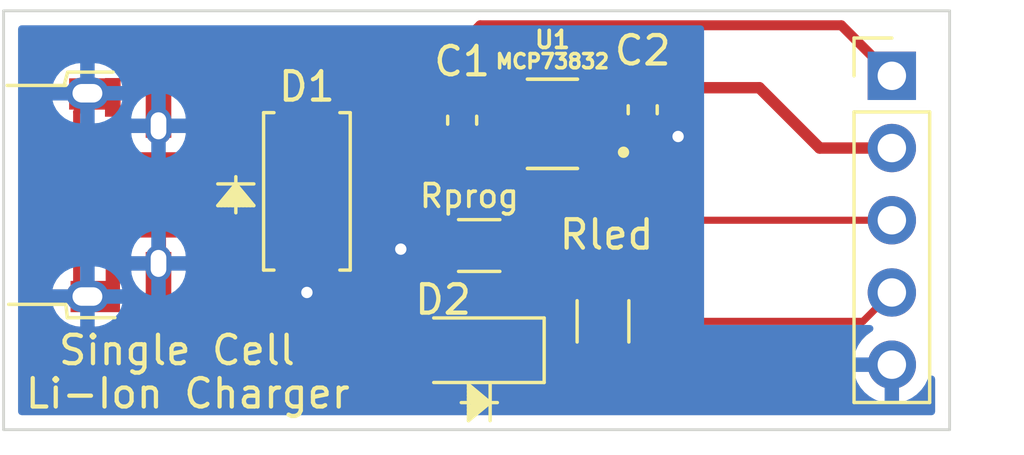
<source format=kicad_pcb>
(kicad_pcb (version 20211014) (generator pcbnew)
  (layers (0 "F.Cu" signal) (31 "B.Cu" signal) (34 "B.Paste" user) (35 "F.Paste" user) (36 "B.SilkS" user "B.Silkscreen") (37 "F.SilkS" user "F.Silkscreen") (38 "B.Mask" user) (39 "F.Mask" user) (44 "Edge.Cuts" user))
  (net 0 "")
  (net 1 "-BATT")
  (net 2 "+BATT")
  (net 3 "Net-(D2-Pad1)")
  (net 7 "/STAT")
  (net 8 "/PROG")
  (net 9 "VBUS")
  (footprint "AMUSB464:micro_usb_b_2.0_horizontal" (layer "F.Cu") (at 18.445 24 -90)
    (fp_text reference "J1" hide)
    (fp_text value "USB_B_Micro")
    (fp_line (start 4.318 -1.0675) (end 4.318 -2.7425) (layer "F.SilkS") (width 0.12))
    (fp_line (start 3.85 -1.016) (end 4.318 -1.0675) (layer "F.SilkS") (width 0.12))
    (fp_line (start -4.318 -1.0795) (end -3.85 -0.9525) (layer "F.SilkS") (width 0.12))
    (fp_line (start -4.318 -1.13) (end -4.318 -2.68) (layer "F.SilkS") (width 0.12))
    (fp_line (start -3.85 1.0495) (end -3.85 -1.016) (layer "F.SilkS") (width 0.12))
    (fp_line (start 3.85 0.995) (end 3.85 -0.95) (layer "F.SilkS") (width 0.12))
    (pad "1" smd rect (at -1.3 -4.415) (size 2.17 0.4) (layers "F.Cu" "F.Paste" "F.Mask") (net 9 "VBUS"))
    (pad "2" smd rect (at -0.65 -4.415) (size 2.17 0.4) (layers "F.Cu" "F.Paste" "F.Mask"))
    (pad "3" smd rect (at 0 -4.415) (size 2.17 0.4) (layers "F.Cu" "F.Paste" "F.Mask"))
    (pad "4" smd rect (at 0.65 -4.415) (size 2.17 0.4) (layers "F.Cu" "F.Paste" "F.Mask"))
    (pad "5" smd rect (at 1.3 -4.415) (size 2.17 0.4) (layers "F.Cu" "F.Paste" "F.Mask") (net 1 "-BATT"))
    (pad "6" thru_hole oval (at -2.43 -4.275 90) (size 1.3 0.9) (drill oval 0.95 0.55) (layers *.Cu *.Mask) (net 1 "-BATT"))
    (pad "6" smd rect (at -2.86675 -4.275 270) (size 1.7165 0.9) (layers "F.Cu" "F.Paste" "F.Mask") (net 1 "-BATT"))
    (pad "6" thru_hole oval (at -3.575 -1.775 180) (size 1.5 1.1) (drill oval 1.05 0.65) (layers *.Cu *.Mask) (net 1 "-BATT"))
    (pad "6" smd rect (at 2.86675 -4.275 270) (size 1.7165 0.9) (layers "F.Cu" "F.Paste" "F.Mask") (net 1 "-BATT"))
    (pad "6" thru_hole oval (at 2.41 -4.275 90) (size 1.3 0.9) (drill oval 0.95 0.55) (layers *.Cu *.Mask) (net 1 "-BATT"))
    (pad "6" smd rect (at 3.22 -2.669 270) (size 1.36 0.504) (layers "F.Cu" "F.Paste" "F.Mask") (net 1 "-BATT"))
    (pad "6" smd rect (at -0.9 -1.397 180) (size 2 1.1) (layers "F.Cu" "F.Paste" "F.Mask") (net 1 "-BATT"))
    (pad "6" smd rect (at 0.889 -1.397 180) (size 2 1.1) (layers "F.Cu" "F.Paste" "F.Mask") (net 1 "-BATT"))
    (pad "6" smd rect (at -3.55 -2.032) (size 1.8 1.1) (layers "F.Cu" "F.Paste" "F.Mask") (net 1 "-BATT"))
    (pad "6" smd rect (at -3.429 -2.667 270) (size 1.36 0.55) (layers "F.Cu" "F.Paste" "F.Mask") (net 1 "-BATT"))
    (pad "6" thru_hole oval (at 3.575 -1.775 180) (size 1.5 1.1) (drill oval 1.05 0.65) (layers *.Cu *.Mask) (net 1 "-BATT"))
    (pad "6" smd rect (at 3.575 -2.0515 180) (size 1.739 1.1) (layers "F.Cu" "F.Paste" "F.Mask") (net 1 "-BATT"))
  )
  (footprint "Resistor_SMD:R_1206_3216Metric" (layer "F.Cu") (at 34 25.781 180)
    (fp_text reference "Rprog" (at 0.345 1.743) (layer "F.SilkS") (effects (font (size 0.8 0.8) (thickness 0.13))))
    (fp_text value "2k")
    (fp_line (start -0.727064 -0.91) (end 0.727064 -0.91) (layer "F.SilkS") (width 0.12))
    (fp_line (start -0.727064 0.91) (end 0.727064 0.91) (layer "F.SilkS") (width 0.12))
    (pad "1" smd roundrect (at -1.4625 0 180) (size 1.125 1.75) (layers "F.Cu" "F.Paste" "F.Mask") (roundrect_rratio 0.2222222222) (net 8 "/PROG"))
    (pad "2" smd roundrect (at 1.4625 0 180) (size 1.125 1.75) (layers "F.Cu" "F.Paste" "F.Mask") (roundrect_rratio 0.2222222222) (net 1 "-BATT"))
  )
  (footprint "Resistor_SMD:R_1206_3216Metric" (layer "F.Cu") (at 38.354 28.448 90)
    (fp_text reference "Rled" (at 3.048 0.127 180) (layer "F.SilkS"))
    (fp_text value "470")
    (fp_line (start -0.727064 -0.91) (end 0.727064 -0.91) (layer "F.SilkS") (width 0.12))
    (fp_line (start -0.727064 0.91) (end 0.727064 0.91) (layer "F.SilkS") (width 0.12))
    (pad "1" smd roundrect (at -1.4625 0 90) (size 1.125 1.75) (layers "F.Cu" "F.Paste" "F.Mask") (roundrect_rratio 0.2222222222) (net 3 "Net-(D2-Pad1)"))
    (pad "2" smd roundrect (at 1.4625 0 90) (size 1.125 1.75) (layers "F.Cu" "F.Paste" "F.Mask") (roundrect_rratio 0.2222222222) (net 7 "/STAT"))
  )
  (footprint "SMAJ5.0:SMAJ5.0A" (layer "F.Cu") (at 27.94 23.876 -90)
    (fp_text reference "D1" (at -3.683 0 180) (layer "F.SilkS"))
    (fp_text value "SMAJ5.0" hide)
    (fp_line (start -2.7686 1.15824) (end -2.7686 1.524) (layer "F.SilkS") (width 0.12))
    (fp_line (start -0.262 2.5) (end 0.5 2.627) (layer "F.SilkS") (width 0.12))
    (fp_line (start 2.7686 -1.15824) (end 2.7686 -1.524) (layer "F.SilkS") (width 0.12))
    (fp_line (start -0.262 2.5) (end 0.5 1.992) (layer "F.SilkS") (width 0.12))
    (fp_line (start -0.262 2.5) (end 0.5 2.119) (layer "F.SilkS") (width 0.12))
    (fp_line (start -0.262 2.5) (end 0.5 3.135) (layer "F.SilkS") (width 0.12))
    (fp_line (start -0.262 2.5) (end 0.5 3.008) (layer "F.SilkS") (width 0.12))
    (fp_line (start -0.262 2.5) (end 0.5 2.373) (layer "F.SilkS") (width 0.12))
    (fp_line (start -2.7686 -1.524) (end -2.7686 -1.15824) (layer "F.SilkS") (width 0.12))
    (fp_line (start 2.7686 -1.524) (end -2.7686 -1.524) (layer "F.SilkS") (width 0.12))
    (fp_line (start 0.754 2.5) (end -0.516 2.5) (layer "F.SilkS") (width 0.12))
    (fp_line (start -0.262 2.5) (end 0.5 2.881) (layer "F.SilkS") (width 0.12))
    (fp_line (start -2.7686 1.524) (end 2.7686 1.524) (layer "F.SilkS") (width 0.12))
    (fp_line (start -0.262 2.5) (end 0.5 1.865) (layer "F.SilkS") (width 0.12))
    (fp_line (start -0.262 1.865) (end -0.262 3.135) (layer "F.SilkS") (width 0.12))
    (fp_line (start -0.262 2.5) (end 0.5 2.246) (layer "F.SilkS") (width 0.12))
    (fp_line (start 0.5 1.865) (end 0.5 3.135) (layer "F.SilkS") (width 0.12))
    (fp_line (start 2.7686 1.524) (end 2.7686 1.15824) (layer "F.SilkS") (width 0.12))
    (fp_line (start -0.262 2.5) (end 0.5 2.754) (layer "F.SilkS") (width 0.12))
    (pad "1" smd rect (at -1.7018 0) (size 1.651 2.1844) (layers "F.Cu" "F.Paste" "F.Mask") (net 9 "VBUS"))
    (pad "2" smd rect (at 1.7018 0) (size 1.651 2.1844) (layers "F.Cu" "F.Paste" "F.Mask") (net 1 "-BATT"))
  )
  (footprint "Diode_SMD:D_1206_3216Metric" (layer "F.Cu") (at 34 29.464 180)
    (fp_text reference "D2" (at 1.27 1.778) (layer "F.SilkS"))
    (fp_text value "LED")
    (fp_line (start -0.385085 -1.8415) (end 0.376915 -2.2225) (layer "F.SilkS") (width 0.12))
    (fp_line (start -0.385085 -1.8415) (end 0.376915 -1.3335) (layer "F.SilkS") (width 0.12))
    (fp_line (start -0.385085 -1.8415) (end 0.376915 -2.0955) (layer "F.SilkS") (width 0.12))
    (fp_line (start -0.385085 -1.8415) (end 0.376915 -2.3495) (layer "F.SilkS") (width 0.12))
    (fp_line (start 0.376915 -2.4765) (end 0.376915 -1.2065) (layer "F.SilkS") (width 0.12))
    (fp_line (start -0.385085 -1.8415) (end 0.376915 -1.9685) (layer "F.SilkS") (width 0.12))
    (fp_line (start 0.630915 -1.8415) (end -0.639085 -1.8415) (layer "F.SilkS") (width 0.12))
    (fp_line (start -0.385085 -1.8415) (end 0.376915 -1.4605) (layer "F.SilkS") (width 0.12))
    (fp_line (start -0.385085 -1.8415) (end 0.376915 -1.5875) (layer "F.SilkS") (width 0.12))
    (fp_line (start -0.385085 -1.8415) (end 0.376915 -1.2065) (layer "F.SilkS") (width 0.12))
    (fp_line (start -0.385085 -1.8415) (end 0.376915 -1.7145) (layer "F.SilkS") (width 0.12))
    (fp_line (start -0.385085 -1.8415) (end 0.376915 -2.4765) (layer "F.SilkS") (width 0.12))
    (fp_line (start -2.285 -1.135) (end -2.285 1.135) (layer "F.SilkS") (width 0.12))
    (fp_line (start -2.285 1.135) (end 1.6 1.135) (layer "F.SilkS") (width 0.12))
    (fp_line (start -0.385085 -2.4765) (end -0.385085 -1.2065) (layer "F.SilkS") (width 0.12))
    (fp_line (start 1.6 -1.135) (end -2.285 -1.135) (layer "F.SilkS") (width 0.12))
    (pad "1" smd roundrect (at -1.4 0 180) (size 1.25 1.75) (layers "F.Cu" "F.Paste" "F.Mask") (roundrect_rratio 0.2) (net 3 "Net-(D2-Pad1)"))
    (pad "2" smd roundrect (at 1.4 0 180) (size 1.25 1.75) (layers "F.Cu" "F.Paste" "F.Mask") (roundrect_rratio 0.2) (net 9 "VBUS"))
  )
  (footprint "Capacitor_SMD:C_0603_1608Metric" (layer "F.Cu") (at 39.751 21.005 -90)
    (fp_text reference "C2" (at -2.082 0 180) (layer "F.SilkS"))
    (fp_text value "4.7uF")
    (fp_line (start -0.14058 -0.51) (end 0.14058 -0.51) (layer "F.SilkS") (width 0.12))
    (fp_line (start -0.14058 0.51) (end 0.14058 0.51) (layer "F.SilkS") (width 0.12))
    (pad "1" smd roundrect (at -0.775 0 270) (size 0.9 0.95) (layers "F.Cu" "F.Paste" "F.Mask") (net 2 "+BATT"))
    (pad "2" smd roundrect (at 0.775 0 270) (size 0.9 0.95) (layers "F.Cu" "F.Paste" "F.Mask") (net 1 "-BATT"))
  )
  (footprint "MCP73832T-2DCI_OT:SOT95P280X145-5N" (layer "F.Cu") (at 36.576 21.5 180)
    (fp_text reference "U1" (at 0 2.958) (layer "F.SilkS") (effects (font (size 0.6 0.6) (thickness 0.13))))
    (fp_text value "MCP73832T-2DCI/OT")
    (fp_line (start -0.88 1.57) (end 0.88 1.57) (layer "F.SilkS") (width 0.127))
    (fp_line (start -0.88 -1.57) (end 0.88 -1.57) (layer "F.SilkS") (width 0.127))
    (fp_circle (center -2.5 -1) (end -2.4 -1) (layer "F.SilkS") (width 0.2) (fill none))
    (pad "1" smd roundrect locked (at -1.245 -0.95 180) (size 1.22 0.6) (layers "F.Cu" "F.Paste" "F.Mask") (roundrect_rratio 0.15) (net 7 "/STAT"))
    (pad "2" smd roundrect locked (at -1.245 0 180) (size 1.22 0.6) (layers "F.Cu" "F.Paste" "F.Mask") (roundrect_rratio 0.15) (net 1 "-BATT"))
    (pad "3" smd roundrect locked (at -1.245 0.95 180) (size 1.22 0.6) (layers "F.Cu" "F.Paste" "F.Mask") (roundrect_rratio 0.15) (net 2 "+BATT"))
    (pad "4" smd roundrect locked (at 1.245 0.95 180) (size 1.22 0.6) (layers "F.Cu" "F.Paste" "F.Mask") (roundrect_rratio 0.15) (net 9 "VBUS"))
    (pad "5" smd roundrect locked (at 1.245 -0.95 180) (size 1.22 0.6) (layers "F.Cu" "F.Paste" "F.Mask") (roundrect_rratio 0.15) (net 8 "/PROG"))
  )
  (footprint "Connector_PinHeader_2.54mm:PinHeader_1x05_P2.54mm_Vertical" (layer "F.Cu") (at 48.514 19.812)
    (fp_text reference "J4" hide)
    (fp_text value "Conn_01x05")
    (fp_line (start -1.33 0) (end -1.33 -1.33) (layer "F.SilkS") (width 0.12))
    (fp_line (start -1.33 1.27) (end -1.33 11.49) (layer "F.SilkS") (width 0.12))
    (fp_line (start -1.33 1.27) (end 1.33 1.27) (layer "F.SilkS") (width 0.12))
    (fp_line (start -1.33 -1.33) (end 0 -1.33) (layer "F.SilkS") (width 0.12))
    (fp_line (start -1.33 11.49) (end 1.33 11.49) (layer "F.SilkS") (width 0.12))
    (fp_line (start 1.33 1.27) (end 1.33 11.49) (layer "F.SilkS") (width 0.12))
    (pad "1" thru_hole rect (at 0 0) (size 1.7 1.7) (drill 1) (layers *.Cu *.Mask) (net 9 "VBUS"))
    (pad "2" thru_hole oval (at 0 2.54) (size 1.7 1.7) (drill 1) (layers *.Cu *.Mask) (net 2 "+BATT"))
    (pad "3" thru_hole oval (at 0 5.08) (size 1.7 1.7) (drill 1) (layers *.Cu *.Mask) (net 7 "/STAT"))
    (pad "4" thru_hole oval (at 0 7.62) (size 1.7 1.7) (drill 1) (layers *.Cu *.Mask) (net 8 "/PROG"))
    (pad "5" thru_hole oval (at 0 10.16) (size 1.7 1.7) (drill 1) (layers *.Cu *.Mask) (net 1 "-BATT"))
  )
  (footprint "Capacitor_SMD:C_0603_1608Metric" (layer "F.Cu") (at 33.401 21.373 -90)
    (fp_text reference "C1" (at -2.069 0) (layer "F.SilkS"))
    (fp_text value "4.7uF" hide)
    (fp_line (start -0.14058 -0.51) (end 0.14058 -0.51) (layer "F.SilkS") (width 0.12))
    (fp_line (start -0.14058 0.51) (end 0.14058 0.51) (layer "F.SilkS") (width 0.12))
    (pad "1" smd roundrect (at -0.775 0 270) (size 0.9 0.95) (layers "F.Cu" "F.Paste" "F.Mask") (net 9 "VBUS"))
    (pad "2" smd roundrect (at 0.775 0 270) (size 0.9 0.95) (layers "F.Cu" "F.Paste" "F.Mask") (net 1 "-BATT"))
  )
  (gr_line (start 17.272 32.258) (end 50.546 32.258) (layer "Edge.Cuts") (width 0.1))
  (gr_line (start 17.272 32.258) (end 17.272 17.526) (layer "Edge.Cuts") (width 0.1))
  (gr_line (start 50.546 17.526) (end 17.272 17.526) (layer "Edge.Cuts") (width 0.1))
  (gr_line (start 50.546 17.526) (end 50.546 32.258) (layer "Edge.Cuts") (width 0.1))
  (gr_text "Li-Ion Charger" (at 23.749 30.988) (layer "F.SilkS") (effects (font (size 1 1))))
  (gr_text "Single Cell" (at 23.368 29.464) (layer "F.SilkS") (effects (font (size 1 1))))
  (gr_text "MCP73832" (at 36.576 19.304) (layer "F.SilkS") (effects (font (size 0.5 0.5) (thickness 0.125))))
  (segment (start 33.478 22.148) (end 34.126 21.5) (width 0.2) (layer "F.Cu") (net 1))
  (segment (start 19.842 27.197) (end 20.22 27.575) (width 0.25) (layer "F.Cu") (net 1))
  (segment (start 40.83 21.78) (end 39.751 21.78) (width 0.35) (layer "F.Cu") (net 1))
  (segment (start 19.842 24.889) (end 19.842 27.197) (width 0.25) (layer "F.Cu") (net 1))
  (segment (start 31.242 25.908) (end 32.4105 25.908) (width 0.35) (layer "F.Cu") (net 1))
  (segment (start 40.9956 21.9456) (end 40.83 21.78) (width 0.35) (layer "F.Cu") (net 1))
  (segment (start 32.5375 23.0115) (end 33.401 22.148) (width 0.35) (layer "F.Cu") (net 1))
  (segment (start 27.94 25.5778) (end 27.94 27.432) (width 0.35) (layer "F.Cu") (net 1))
  (segment (start 19.842 24.889) (end 19.842 23.1) (width 0.25) (layer "F.Cu") (net 1))
  (segment (start 34.126 21.5) (end 37.821 21.5) (width 0.2) (layer "F.Cu") (net 1))
  (segment (start 33.401 22.148) (end 33.478 22.148) (width 0.2) (layer "F.Cu") (net 1))
  (segment (start 39.471 21.5) (end 39.751 21.78) (width 0.4) (layer "F.Cu") (net 1))
  (segment (start 37.821 21.5) (end 39.471 21.5) (width 0.4) (layer "F.Cu") (net 1))
  (segment (start 32.4105 25.908) (end 32.5375 25.781) (width 0.25) (layer "F.Cu") (net 1))
  (segment (start 32.5375 25.781) (end 32.5375 23.0115) (width 0.35) (layer "F.Cu") (net 1))
  (segment (start 22.86 25.3) (end 22.86 26.27) (width 0.25) (layer "F.Cu") (net 1))
  (segment (start 19.842 23.1) (end 19.842 21.085) (width 0.25) (layer "F.Cu") (net 1))
  (segment (start 19.842 21.085) (end 20.477 20.45) (width 0.25) (layer "F.Cu") (net 1))
  (segment (start 22.86 26.27) (end 22.72 26.41) (width 0.25) (layer "F.Cu") (net 1))
  (via (at 27.94 27.432) (size 0.8) (drill 0.4) (layers "F.Cu" "B.Cu") (net 1))
  (via (at 31.242 25.908) (size 0.8) (drill 0.4) (layers "F.Cu" "B.Cu") (net 1))
  (via (at 40.9956 21.9456) (size 0.8) (drill 0.4) (layers "F.Cu" "B.Cu") (net 1))
  (segment (start 45.974 22.352) (end 48.514 22.352) (width 0.4) (layer "F.Cu") (net 2))
  (segment (start 43.852 20.23) (end 45.974 22.352) (width 0.4) (layer "F.Cu") (net 2))
  (segment (start 38.141 20.23) (end 39.751 20.23) (width 0.4) (layer "F.Cu") (net 2))
  (segment (start 37.821 20.55) (end 38.141 20.23) (width 0.4) (layer "F.Cu") (net 2))
  (segment (start 39.751 20.23) (end 43.852 20.23) (width 0.4) (layer "F.Cu") (net 2))
  (segment (start 37.9075 29.464) (end 38.354 29.9105) (width 0.25) (layer "F.Cu") (net 3))
  (segment (start 35.4 29.464) (end 37.9075 29.464) (width 0.25) (layer "F.Cu") (net 3))
  (segment (start 40.263 24.892) (end 37.821 22.45) (width 0.25) (layer "F.Cu") (net 7))
  (segment (start 48.514 24.892) (end 40.263 24.892) (width 0.25) (layer "F.Cu") (net 7))
  (segment (start 37.821 26.4525) (end 37.821 22.45) (width 0.25) (layer "F.Cu") (net 7))
  (segment (start 38.354 26.9855) (end 37.821 26.4525) (width 0.25) (layer "F.Cu") (net 7))
  (segment (start 37.084 28.448) (end 47.498 28.448) (width 0.25) (layer "F.Cu") (net 8))
  (segment (start 35.4625 26.8265) (end 37.084 28.448) (width 0.25) (layer "F.Cu") (net 8))
  (segment (start 35.331 25.6495) (end 35.4625 25.781) (width 0.25) (layer "F.Cu") (net 8))
  (segment (start 47.498 28.448) (end 48.514 27.432) (width 0.25) (layer "F.Cu") (net 8))
  (segment (start 35.4625 25.781) (end 35.4625 26.8265) (width 0.25) (layer "F.Cu") (net 8))
  (segment (start 35.331 22.45) (end 35.331 25.6495) (width 0.25) (layer "F.Cu") (net 8))
  (segment (start 30.226 24.4602) (end 27.94 22.1742) (width 0.25) (layer "F.Cu") (net 9))
  (segment (start 28.7782 21.336) (end 32.663 21.336) (width 0.35) (layer "F.Cu") (net 9))
  (segment (start 46.736 18.034) (end 34.036 18.034) (width 0.35) (layer "F.Cu") (net 9))
  (segment (start 48.514 19.812) (end 46.736 18.034) (width 0.35) (layer "F.Cu") (net 9))
  (segment (start 33.401 20.598) (end 35.283 20.598) (width 0.25) (layer "F.Cu") (net 9))
  (segment (start 30.226 27.436) (end 32.254 29.464) (width 0.25) (layer "F.Cu") (net 9))
  (segment (start 30.226 27.436) (end 30.226 24.4602) (width 0.25) (layer "F.Cu") (net 9))
  (segment (start 33.401 18.669) (end 33.401 20.598) (width 0.35) (layer "F.Cu") (net 9))
  (segment (start 27.94 22.1742) (end 28.7782 21.336) (width 0.35) (layer "F.Cu") (net 9))
  (segment (start 32.254 29.464) (end 32.6 29.464) (width 0.25) (layer "F.Cu") (net 9))
  (segment (start 32.663 21.336) (end 33.401 20.598) (width 0.35) (layer "F.Cu") (net 9))
  (segment (start 27.4142 22.7) (end 27.94 22.1742) (width 0.35) (layer "F.Cu") (net 9))
  (segment (start 22.86 22.7) (end 27.4142 22.7) (width 0.35) (layer "F.Cu") (net 9))
  (segment (start 34.036 18.034) (end 33.401 18.669) (width 0.35) (layer "F.Cu") (net 9))
  (zone (net 1) (net_name "-BATT") (layer "B.Cu") (connect_pads (clearance 0.508)) (min_thickness 0.254) (fill yes (thermal_gap 0.508) (thermal_bridge_width 0.508))
    (polygon (pts (xy 41.91 28.575) (xy 50.8 28.575) (xy 50.8 32.385) (xy 17.145 32.385) (xy 17.145 17.145) (xy 41.91 17.145)))
  )
)
</source>
